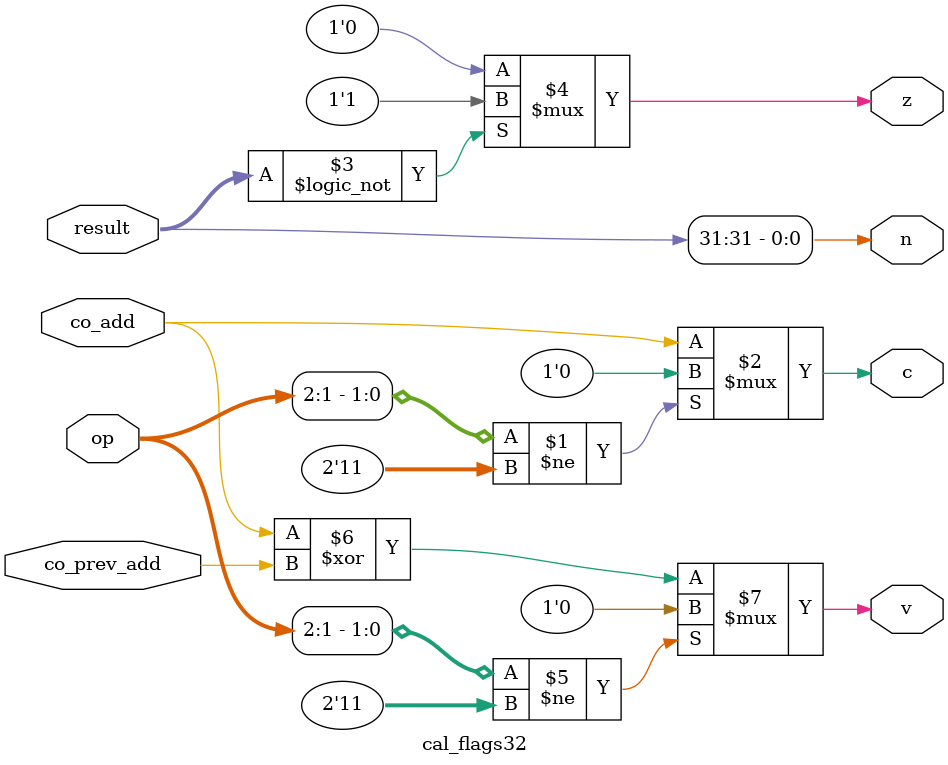
<source format=v>
module cal_flags32(op,result,co_add,co_prev_add,c,n,z,v);
	//set input opcode and 32bits result
	input [2:0] op;
	input [31:0] result;
	//set input co_add co_prev_add
	input co_add, co_prev_add;
	//set output c,n,z,v
	output c,n,z,v;
	
	//assign c,n,z,v
	assign c = (op[2:1] != 2'b11)? 1'b0:co_add;
	assign n = result[31];
	assign z = (result == 32'b0)? 1'b1 :1'b0;
	assign v = (op[2:1] != 2'b11) ? 1'b0 :co_add^co_prev_add;
	
endmodule

</source>
